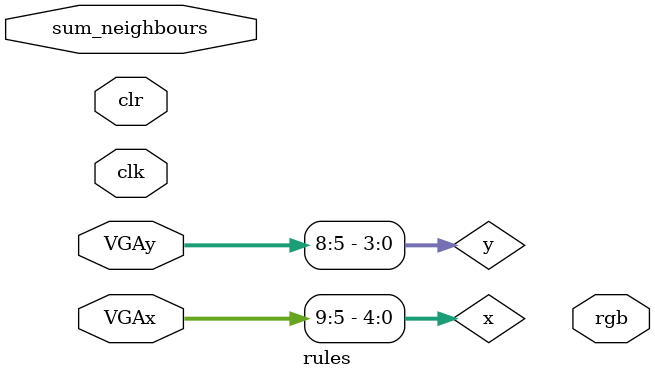
<source format=v>
module rules(
		input wire       clk,
		input wire       clr, //asynchronous reset
    input wire [4:0] sum_neighbours,
		input wire [9:0] VGAx,
		input wire [9:0] VGAy,
		output reg [2:0] rgb
		);

   parameter MAX_j = 14;
   parameter MAX_i = 19;
   reg [0:MAX_i] screen [0:MAX_j];
   reg [0:MAX_i] next_screen [0:MAX_j];
   reg [9:0] 	 i;
   reg [9:0] 	 j;

   wire [4:0] 			   x = VGAx[9:5];
   wire [3:0] 			   y = VGAy[8:5];


   //Rules of Conways's Game of Life
   always @(*)
     begin
	      //if the cell is alive
	      if (screen[y][x] == 1)
	        begin
	           case (sum_neighbours)
	             //Any live cell with fewer than two live neighbours dies, as if caused by underpopulation.
	             4'b0000, 4'b0001: next_screen[y][x] = 0;
	             //Any live cell with two or three live neighbours lives on to the next generation.
	             4'b0010, 4'b0011: next_screen[y][x] = 1;
	             //Any live cell with more than three live neighbours dies, as if by overpopulation.
	             default: next_screen[y][x] = 0;
	           endcase
	        end // if (screen[y][x] == 1)
	      //if the cell is dead
	      else
	        begin
	           case (sum_neighbours)
	             //Any dead cell with exactly three live neighbours becomes a live cell, as if by reproduction.
	             4'b0011: next_screen[y][x] = 1;
	             default: next_screen[y][x] = 0;
	           endcase // case (sum_neighbours)
	        end // if (screen[y][x] == 0)
     end
endmodule

</source>
